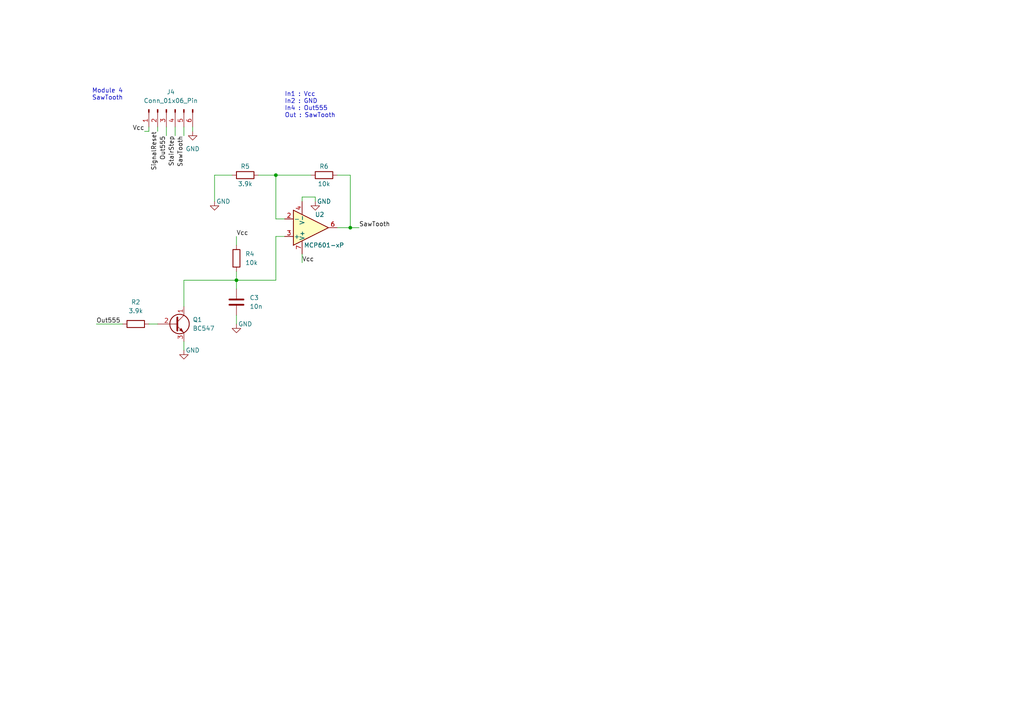
<source format=kicad_sch>
(kicad_sch (version 20230121) (generator eeschema)
  (paper "A4")
  (lib_symbols
    (symbol "Amplifier_Operational:MCP601-xP" (pin_names (offset 0.127))
      (property "Reference" "U" (at 0 6.35 0))
      (property "Value" "MCP601-xP" (at 0 3.81 0))
      (symbol "MCP601-xP_0_1"
        (polyline (pts (xy -5.08 5.08) (xy 5.08 0) (xy -5.08 -5.08) (xy -5.08 5.08)) (stroke (width 0.254)) (fill (type background)))
      )
      (symbol "MCP601-xP_1_1"
        (pin no_connect line (at -5.08 -2.54 90) (length 2.54) hide (name "NC") (number "1"))
        (pin input line (at -7.62 -2.54 0) (length 2.54) (name "-") (number "2"))
        (pin input line (at -7.62 2.54 0) (length 2.54) (name "+") (number "3"))
        (pin power_in line (at -2.54 -7.62 90) (length 3.81) (name "V-") (number "4"))
        (pin no_connect line (at -2.54 -2.54 90) (length 2.54) hide (name "NC") (number "5"))
        (pin output line (at 7.62 0 180) (length 2.54) (name "~") (number "6"))
        (pin power_in line (at -2.54 7.62 270) (length 3.81) (name "V+") (number "7"))
        (pin no_connect line (at 0 -2.54 90) (length 2.54) hide (name "NC") (number "8"))
      )
    )
    (symbol "Connector:Conn_01x06_Pin" (pin_names (offset 1.016) hide)
      (property "Reference" "J" (at 0 7.62 0))
      (property "Value" "Conn_01x06_Pin" (at 0 -10.16 0))
      (symbol "Conn_01x06_Pin_1_1"
        (polyline (pts (xy 1.27 -7.62) (xy 0.8636 -7.62)) (stroke (width 0.1524)))
        (polyline (pts (xy 1.27 -5.08) (xy 0.8636 -5.08)) (stroke (width 0.1524)))
        (polyline (pts (xy 1.27 -2.54) (xy 0.8636 -2.54)) (stroke (width 0.1524)))
        (polyline (pts (xy 1.27 0) (xy 0.8636 0)) (stroke (width 0.1524)))
        (polyline (pts (xy 1.27 2.54) (xy 0.8636 2.54)) (stroke (width 0.1524)))
        (polyline (pts (xy 1.27 5.08) (xy 0.8636 5.08)) (stroke (width 0.1524)))
        (rectangle (start 0.8636 -7.493) (end 0 -7.747) (stroke (width 0.1524)) (fill (type outline)))
        (rectangle (start 0.8636 -4.953) (end 0 -5.207) (stroke (width 0.1524)) (fill (type outline)))
        (rectangle (start 0.8636 -2.413) (end 0 -2.667) (stroke (width 0.1524)) (fill (type outline)))
        (rectangle (start 0.8636 0.127) (end 0 -0.127) (stroke (width 0.1524)) (fill (type outline)))
        (rectangle (start 0.8636 2.667) (end 0 2.413) (stroke (width 0.1524)) (fill (type outline)))
        (rectangle (start 0.8636 5.207) (end 0 4.953) (stroke (width 0.1524)) (fill (type outline)))
        (pin passive line (at 5.08 5.08 180) (length 3.81) (name "Pin_1") (number "1"))
        (pin passive line (at 5.08 2.54 180) (length 3.81) (name "Pin_2") (number "2"))
        (pin passive line (at 5.08 0 180) (length 3.81) (name "Pin_3") (number "3"))
        (pin passive line (at 5.08 -2.54 180) (length 3.81) (name "Pin_4") (number "4"))
        (pin passive line (at 5.08 -5.08 180) (length 3.81) (name "Pin_5") (number "5"))
        (pin passive line (at 5.08 -7.62 180) (length 3.81) (name "Pin_6") (number "6"))
      )
    )
    (symbol "Device:C" (pin_numbers hide) (pin_names (offset 0.254))
      (property "Reference" "C" (at 0.635 2.54 0))
      (property "Value" "C" (at 0.635 -2.54 0))
      (symbol "C_0_1"
        (polyline (pts (xy -2.032 -0.762) (xy 2.032 -0.762)) (stroke (width 0.508)))
        (polyline (pts (xy -2.032 0.762) (xy 2.032 0.762)) (stroke (width 0.508)))
      )
      (symbol "C_1_1"
        (pin passive line (at 0 3.81 270) (length 2.794) (name "~") (number "1"))
        (pin passive line (at 0 -3.81 90) (length 2.794) (name "~") (number "2"))
      )
    )
    (symbol "Device:R" (pin_numbers hide) (pin_names (offset 0))
      (property "Reference" "R" (at 2.032 0 90))
      (property "Value" "R" (at 0 0 90))
      (symbol "R_0_1"
        (rectangle (start -1.016 -2.54) (end 1.016 2.54) (stroke (width 0.254)))
      )
      (symbol "R_1_1"
        (pin passive line (at 0 3.81 270) (length 1.27) (name "~") (number "1"))
        (pin passive line (at 0 -3.81 90) (length 1.27) (name "~") (number "2"))
      )
    )
    (symbol "Transistor_BJT:BC547" (pin_names (offset 0) hide)
      (property "Reference" "Q" (at 5.08 1.905 0))
      (property "Value" "BC547" (at 5.08 0 0))
      (symbol "BC547_0_1"
        (polyline (pts (xy 0 0) (xy 0.635 0)))
        (polyline (pts (xy 0.635 0.635) (xy 2.54 2.54)))
        (polyline (pts (xy 0.635 -0.635) (xy 2.54 -2.54) (xy 2.54 -2.54)))
        (polyline (pts (xy 0.635 1.905) (xy 0.635 -1.905) (xy 0.635 -1.905)) (stroke (width 0.508)))
        (polyline (pts (xy 1.27 -1.778) (xy 1.778 -1.27) (xy 2.286 -2.286) (xy 1.27 -1.778) (xy 1.27 -1.778)) (fill (type outline)))
        (circle (center 1.27 0) (radius 2.8194) (stroke (width 0.254)))
      )
      (symbol "BC547_1_1"
        (pin passive line (at 2.54 5.08 270) (length 2.54) (name "C") (number "1"))
        (pin input line (at -5.08 0 0) (length 5.08) (name "B") (number "2"))
        (pin passive line (at 2.54 -5.08 90) (length 2.54) (name "E") (number "3"))
      )
    )
    (symbol "power:GND" (power) (pin_names (offset 0))
      (property "Value" "GND" (at 0 -3.81 0))
      (symbol "GND_0_1"
        (polyline (pts (xy 0 0) (xy 0 -1.27) (xy 1.27 -1.27) (xy 0 -2.54) (xy -1.27 -1.27) (xy 0 -1.27)))
      )
      (symbol "GND_1_1"
        (pin power_in line (at 0 0 270) (length 0) hide (name "GND") (number "1"))
      )
    )
  )
  (junction (at 68.58 81.28))
  (junction (at 101.6 66.04))
  (junction (at 80.01 50.8))
  (wire (pts (xy 53.34 36.83) (xy 53.34 39.37)))
  (wire (pts (xy 53.34 81.28) (xy 68.58 81.28)))
  (wire (pts (xy 80.01 81.28) (xy 68.58 81.28)))
  (wire (pts (xy 68.58 91.44) (xy 68.58 93.98)))
  (wire (pts (xy 62.23 50.8) (xy 67.31 50.8)))
  (wire (pts (xy 97.79 50.8) (xy 101.6 50.8)))
  (wire (pts (xy 45.72 36.83) (xy 45.72 38.1)))
  (wire (pts (xy 82.55 68.58) (xy 80.01 68.58)))
  (wire (pts (xy 68.58 68.58) (xy 68.58 71.12)))
  (wire (pts (xy 62.23 58.42) (xy 62.23 50.8)))
  (wire (pts (xy 80.01 50.8) (xy 90.17 50.8)))
  (wire (pts (xy 101.6 50.8) (xy 101.6 66.04)))
  (wire (pts (xy 43.18 38.1) (xy 41.91 38.1)))
  (wire (pts (xy 74.93 50.8) (xy 80.01 50.8)))
  (wire (pts (xy 43.18 93.98) (xy 45.72 93.98)))
  (wire (pts (xy 87.63 73.66) (xy 87.63 76.2)))
  (wire (pts (xy 101.6 66.04) (xy 104.14 66.04)))
  (wire (pts (xy 53.34 99.06) (xy 53.34 101.6)))
  (wire (pts (xy 48.26 36.83) (xy 48.26 39.37)))
  (wire (pts (xy 82.55 63.5) (xy 80.01 63.5)))
  (wire (pts (xy 55.88 36.83) (xy 55.88 38.1)))
  (wire (pts (xy 91.44 57.15) (xy 91.44 58.42)))
  (wire (pts (xy 50.8 36.83) (xy 50.8 39.37)))
  (wire (pts (xy 43.18 36.83) (xy 43.18 38.1)))
  (wire (pts (xy 80.01 68.58) (xy 80.01 81.28)))
  (wire (pts (xy 68.58 81.28) (xy 68.58 83.82)))
  (wire (pts (xy 87.63 57.15) (xy 91.44 57.15)))
  (wire (pts (xy 68.58 78.74) (xy 68.58 81.28)))
  (wire (pts (xy 97.79 66.04) (xy 101.6 66.04)))
  (wire (pts (xy 27.94 93.98) (xy 35.56 93.98)))
  (wire (pts (xy 53.34 88.9) (xy 53.34 81.28)))
  (wire (pts (xy 87.63 58.42) (xy 87.63 57.15)))
  (wire (pts (xy 80.01 50.8) (xy 80.01 63.5)))
  (text "In1 : Vcc\nIn2 : GND\nIn4 : Out555\nOut : SawTooth" (at 82.55 34.29 0) (effects (font (size 1.27 1.27)) (justify left bottom)))
  (text "Module 4\nSawTooth" (at 26.67 29.21 0) (effects (font (size 1.27 1.27)) (justify left bottom)))
  (label "Vcc" (at 68.58 68.58 0))
  (label "Out555" (at 48.26 39.37 270))
  (label "SawTooth" (at 53.34 39.37 270))
  (label "SignalReset" (at 45.72 38.1 270))
  (label "SawTooth" (at 104.14 66.04 0))
  (label "Vcc" (at 41.91 38.1 180))
  (label "Out555" (at 27.94 93.98 0))
  (label "StairStep" (at 50.8 39.37 270))
  (label "Vcc" (at 87.63 76.2 0))
  (symbol (lib_id "power:GND") (at 55.88 38.1 0) (unit 1)
    (property "Reference" "#PWR04" (effects hide))
    (property "Value" "GND" (at 55.88 43.18 0))
  )
  (symbol (lib_id "Device:C") (at 68.58 87.63 0) (unit 1)
    (property "Reference" "C3" (at 72.39 86.36 0) (effects (justify left)))
    (property "Value" "10n" (at 72.39 88.9 0) (effects (justify left)))
    (property "Footprint" "Capacitor_THT:C_Disc_D7.5mm_W2.5mm_P5.00mm" (effects hide))
  )
  (symbol (lib_id "Transistor_BJT:BC547") (at 50.8 93.98 0) (unit 1)
    (property "Reference" "Q1" (at 55.88 92.71 0) (effects (justify left)))
    (property "Value" "BC547" (at 55.88 95.25 0) (effects (justify left)))
    (property "Footprint" "Package_TO_SOT_THT:TO-92_Inline" (effects hide))
    (property "Datasheet" "https://www.onsemi.com/pub/Collateral/BC550-D.pdf" (effects hide))
  )
  (symbol (lib_id "Device:R") (at 71.12 50.8 270) (unit 1)
    (property "Reference" "R5" (at 71.12 48.26 90))
    (property "Value" "3.9k" (at 71.12 53.34 90))
    (property "Footprint" "Resistor_THT:R_Axial_DIN0411_L9.9mm_D3.6mm_P15.24mm_Horizontal" (effects hide))
  )
  (symbol (lib_id "Device:R") (at 93.98 50.8 270) (unit 1)
    (property "Reference" "R6" (at 93.98 48.26 90))
    (property "Value" "10k" (at 93.98 53.34 90))
    (property "Footprint" "Resistor_THT:R_Axial_DIN0411_L9.9mm_D3.6mm_P15.24mm_Horizontal" (effects hide))
  )
  (symbol (lib_id "Connector:Conn_01x06_Pin") (at 48.26 31.75 90) (mirror x) (unit 1)
    (property "Reference" "J4" (at 49.53 26.67 90))
    (property "Value" "Conn_01x06_Pin" (at 49.53 29.21 90))
    (property "Footprint" "Connector_PinHeader_2.54mm:PinHeader_1x06_P2.54mm_Horizontal" (effects hide))
  )
  (symbol (lib_id "Device:R") (at 39.37 93.98 270) (unit 1)
    (property "Reference" "R2" (at 39.37 87.63 90))
    (property "Value" "3.9k" (at 39.37 90.17 90))
    (property "Footprint" "Resistor_THT:R_Axial_DIN0411_L9.9mm_D3.6mm_P15.24mm_Horizontal" (effects hide))
  )
  (symbol (lib_id "power:GND") (at 53.34 101.6 0) (unit 1)
    (property "Reference" "#PWR03" (effects hide))
    (property "Value" "GND" (at 55.88 101.6 0))
  )
  (symbol (lib_id "power:GND") (at 68.58 93.98 0) (unit 1)
    (property "Reference" "#PWR07" (effects hide))
    (property "Value" "GND" (at 71.12 93.98 0))
  )
  (symbol (lib_id "power:GND") (at 62.23 58.42 0) (unit 1)
    (property "Reference" "#PWR05" (effects hide))
    (property "Value" "GND" (at 64.77 58.42 0))
  )
  (symbol (lib_id "Device:R") (at 68.58 74.93 0) (unit 1)
    (property "Reference" "R4" (at 71.12 73.66 0) (effects (justify left)))
    (property "Value" "10k" (at 71.12 76.2 0) (effects (justify left)))
    (property "Footprint" "Resistor_THT:R_Axial_DIN0411_L9.9mm_D3.6mm_P15.24mm_Horizontal" (effects hide))
  )
  (symbol (lib_id "power:GND") (at 91.44 58.42 0) (unit 1)
    (property "Reference" "#PWR011" (effects hide))
    (property "Value" "GND" (at 93.98 58.42 0))
  )
  (symbol (lib_id "Amplifier_Operational:MCP601-xP") (at 90.17 66.04 0) (mirror x) (unit 1)
    (property "Reference" "U2" (at 92.71 62.23 0))
    (property "Value" "MCP601-xP" (at 93.98 71.12 0))
    (property "Footprint" "Package_DIP:DIP-8_W7.62mm" (effects hide))
    (property "Datasheet" "http://ww1.microchip.com/downloads/en/DeviceDoc/21314g.pdf" (effects hide))
  )
)
</source>
